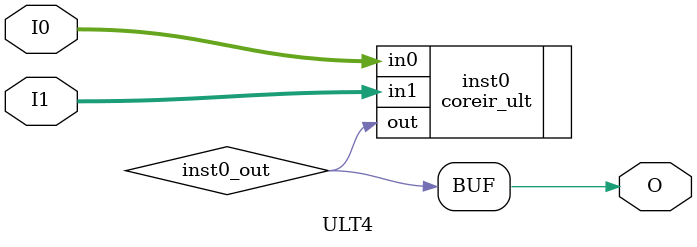
<source format=v>
module ULT4 (input [3:0] I0, input [3:0] I1, output  O);
wire  inst0_out;
coreir_ult inst0 (.in0(I0), .in1(I1), .out(inst0_out));
assign O = inst0_out;
endmodule


</source>
